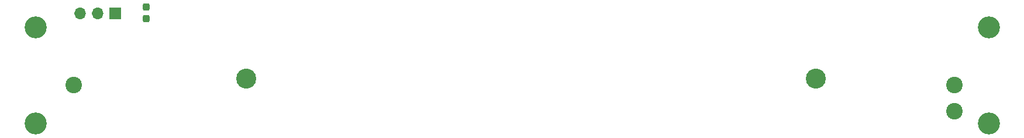
<source format=gts>
%TF.GenerationSoftware,KiCad,Pcbnew,6.0.4-6f826c9f35~116~ubuntu20.04.1*%
%TF.CreationDate,2022-04-30T10:36:36-06:00*%
%TF.ProjectId,pot-holder,706f742d-686f-46c6-9465-722e6b696361,rev?*%
%TF.SameCoordinates,Original*%
%TF.FileFunction,Soldermask,Top*%
%TF.FilePolarity,Negative*%
%FSLAX46Y46*%
G04 Gerber Fmt 4.6, Leading zero omitted, Abs format (unit mm)*
G04 Created by KiCad (PCBNEW 6.0.4-6f826c9f35~116~ubuntu20.04.1) date 2022-04-30 10:36:36*
%MOMM*%
%LPD*%
G01*
G04 APERTURE LIST*
G04 Aperture macros list*
%AMRoundRect*
0 Rectangle with rounded corners*
0 $1 Rounding radius*
0 $2 $3 $4 $5 $6 $7 $8 $9 X,Y pos of 4 corners*
0 Add a 4 corners polygon primitive as box body*
4,1,4,$2,$3,$4,$5,$6,$7,$8,$9,$2,$3,0*
0 Add four circle primitives for the rounded corners*
1,1,$1+$1,$2,$3*
1,1,$1+$1,$4,$5*
1,1,$1+$1,$6,$7*
1,1,$1+$1,$8,$9*
0 Add four rect primitives between the rounded corners*
20,1,$1+$1,$2,$3,$4,$5,0*
20,1,$1+$1,$4,$5,$6,$7,0*
20,1,$1+$1,$6,$7,$8,$9,0*
20,1,$1+$1,$8,$9,$2,$3,0*%
G04 Aperture macros list end*
%ADD10C,2.400000*%
%ADD11C,2.900000*%
%ADD12R,1.700000X1.700000*%
%ADD13O,1.700000X1.700000*%
%ADD14C,3.200000*%
%ADD15RoundRect,0.237500X-0.237500X0.300000X-0.237500X-0.300000X0.237500X-0.300000X0.237500X0.300000X0*%
G04 APERTURE END LIST*
D10*
%TO.C,RV1*%
X194025000Y-65395000D03*
X194025000Y-69195000D03*
X66525000Y-65395000D03*
D11*
X91475000Y-64445000D03*
X173975000Y-64445000D03*
%TD*%
D12*
%TO.C,J1*%
X72525000Y-55000000D03*
D13*
X69985000Y-55000000D03*
X67445000Y-55000000D03*
%TD*%
D14*
%TO.C,H4*%
X199000000Y-57000000D03*
%TD*%
%TO.C,H3*%
X61000000Y-71000000D03*
%TD*%
%TO.C,H2*%
X199000000Y-71000000D03*
%TD*%
%TO.C,H1*%
X61000000Y-57000000D03*
%TD*%
D15*
%TO.C,C1*%
X77000000Y-54037500D03*
X77000000Y-55762500D03*
%TD*%
M02*

</source>
